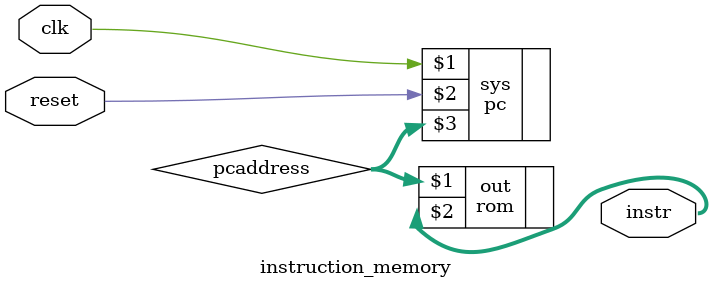
<source format=sv>
module instruction_memory(input logic clk,reset,
	output logic [23:0] instr);
reg[7:0] pcaddress; // intermediate holder
pc sys(clk, reset,pcaddress); // counting output assigned to intermediary
rom out(pcaddress,instr); // runs program at address equal to count
endmodule
</source>
